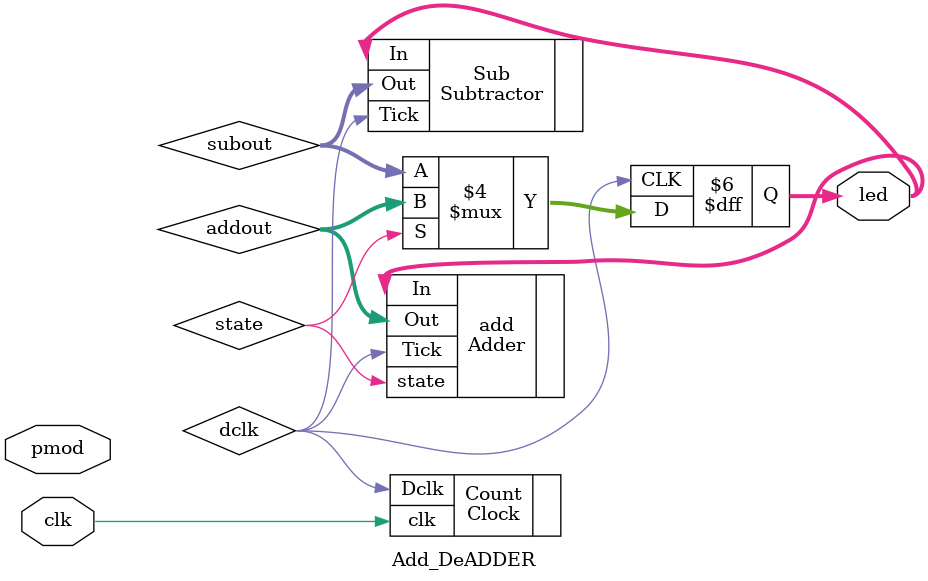
<source format=v>
module Add_DeADDER (
    input [1:0] pmod,
    input clk,

    output reg [4:0] led
);
wire dclk;

wire [4:0] addout;

wire [4:0] subout;

wire state;

Clock Count (
    .clk(clk),
    .Dclk(dclk)
);

Adder add (
    .In(led[4:0]),
    .Tick(dclk),
    .Out(addout),
    .state(state)
);
Subtractor Sub (
    .In(led[4:0]),
    .Tick(dclk),
    .Out(subout)
);

always @ (posedge dclk) begin
    if (state == 1) begin
        led <= addout;
    end else begin
        led <= subout;
    end
end

endmodule
</source>
